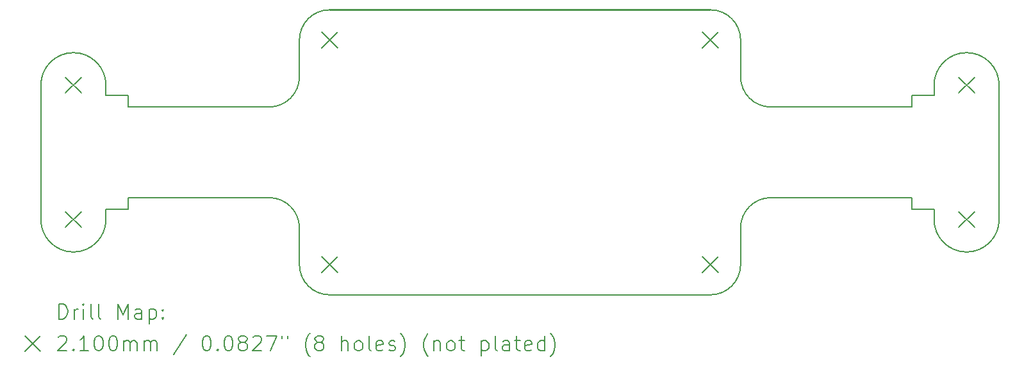
<source format=gbr>
%TF.GenerationSoftware,KiCad,Pcbnew,7.0.1*%
%TF.CreationDate,2024-07-14T18:56:52+02:00*%
%TF.ProjectId,Gruzik2.0,4772757a-696b-4322-9e30-2e6b69636164,rev?*%
%TF.SameCoordinates,Original*%
%TF.FileFunction,Drillmap*%
%TF.FilePolarity,Positive*%
%FSLAX45Y45*%
G04 Gerber Fmt 4.5, Leading zero omitted, Abs format (unit mm)*
G04 Created by KiCad (PCBNEW 7.0.1) date 2024-07-14 18:56:52*
%MOMM*%
%LPD*%
G01*
G04 APERTURE LIST*
%ADD10C,0.150000*%
%ADD11C,0.250000*%
%ADD12C,0.200000*%
%ADD13C,0.210000*%
G04 APERTURE END LIST*
D10*
X15213800Y-16053500D02*
X15213800Y-15903500D01*
X13347600Y-15903500D02*
G75*
G03*
X12947600Y-16303500I0J-400000D01*
G01*
X15933800Y-13984500D02*
G75*
G03*
X15503800Y-14414500I0J-430000D01*
G01*
X7118400Y-16789400D02*
G75*
G03*
X7518400Y-17189400I400000J0D01*
G01*
X15503800Y-16053500D02*
X15213800Y-16053500D01*
X15213800Y-14703500D02*
X13347600Y-14703500D01*
X3702200Y-14414500D02*
X3702200Y-16192500D01*
X15933800Y-16622500D02*
G75*
G03*
X16363800Y-16192500I0J430000D01*
G01*
X7518400Y-13417600D02*
G75*
G03*
X7118400Y-13817600I0J-400000D01*
G01*
X4562200Y-14414500D02*
X4562200Y-14553500D01*
X15503800Y-16192500D02*
G75*
G03*
X15933800Y-16622500I430000J0D01*
G01*
X16363800Y-14414500D02*
G75*
G03*
X15933800Y-13984500I-430000J0D01*
G01*
X12547600Y-17189400D02*
G75*
G03*
X12947600Y-16789400I0J400000D01*
G01*
X4562200Y-14553500D02*
X4852200Y-14553500D01*
X4562200Y-16192500D02*
X4562200Y-16053500D01*
X6718400Y-15903500D02*
X4852200Y-15903500D01*
X15503800Y-14414500D02*
X15503800Y-14553500D01*
X4852200Y-16053500D02*
X4852200Y-15903500D01*
X12947600Y-14303500D02*
G75*
G03*
X13347600Y-14703500I400000J0D01*
G01*
X16363800Y-14414500D02*
X16363800Y-16192500D01*
X4562200Y-16053500D02*
X4852200Y-16053500D01*
X4132200Y-13984500D02*
G75*
G03*
X3702200Y-14414500I0J-430000D01*
G01*
X7118400Y-14303500D02*
X7118400Y-13817600D01*
X15213800Y-14553500D02*
X15213800Y-14703500D01*
X6718400Y-14703500D02*
G75*
G03*
X7118400Y-14303500I0J400000D01*
G01*
X4852200Y-14553500D02*
X4852200Y-14703500D01*
D11*
X7518400Y-13417600D02*
X12547600Y-13417600D01*
D10*
X15503800Y-16192500D02*
X15503800Y-16053500D01*
X13347600Y-15903500D02*
X15213800Y-15903500D01*
X6718400Y-14703500D02*
X4852200Y-14703500D01*
X7518400Y-17189400D02*
X12547600Y-17189400D01*
X4132200Y-16622500D02*
G75*
G03*
X4562200Y-16192500I0J430000D01*
G01*
X7118400Y-16303500D02*
G75*
G03*
X6718400Y-15903500I-400000J0D01*
G01*
X15503800Y-14553500D02*
X15213800Y-14553500D01*
X3702200Y-16192500D02*
G75*
G03*
X4132200Y-16622500I430000J0D01*
G01*
X4562200Y-14414500D02*
G75*
G03*
X4132200Y-13984500I-430000J0D01*
G01*
X12947600Y-16789400D02*
X12947600Y-16303500D01*
X12947600Y-13817600D02*
G75*
G03*
X12547600Y-13417600I-400000J0D01*
G01*
X12947600Y-13817600D02*
X12947600Y-14303500D01*
X7118400Y-16303500D02*
X7118400Y-16789400D01*
D12*
D13*
X4027200Y-14309500D02*
X4237200Y-14519500D01*
X4237200Y-14309500D02*
X4027200Y-14519500D01*
X4027200Y-16087500D02*
X4237200Y-16297500D01*
X4237200Y-16087500D02*
X4027200Y-16297500D01*
X7413400Y-13712600D02*
X7623400Y-13922600D01*
X7623400Y-13712600D02*
X7413400Y-13922600D01*
X7413400Y-16684400D02*
X7623400Y-16894400D01*
X7623400Y-16684400D02*
X7413400Y-16894400D01*
X12442600Y-13712600D02*
X12652600Y-13922600D01*
X12652600Y-13712600D02*
X12442600Y-13922600D01*
X12442600Y-16684400D02*
X12652600Y-16894400D01*
X12652600Y-16684400D02*
X12442600Y-16894400D01*
X15828800Y-14309500D02*
X16038800Y-14519500D01*
X16038800Y-14309500D02*
X15828800Y-14519500D01*
X15828800Y-16087500D02*
X16038800Y-16297500D01*
X16038800Y-16087500D02*
X15828800Y-16297500D01*
D12*
X3942319Y-17509424D02*
X3942319Y-17309424D01*
X3942319Y-17309424D02*
X3989938Y-17309424D01*
X3989938Y-17309424D02*
X4018509Y-17318948D01*
X4018509Y-17318948D02*
X4037557Y-17337995D01*
X4037557Y-17337995D02*
X4047081Y-17357043D01*
X4047081Y-17357043D02*
X4056605Y-17395138D01*
X4056605Y-17395138D02*
X4056605Y-17423710D01*
X4056605Y-17423710D02*
X4047081Y-17461805D01*
X4047081Y-17461805D02*
X4037557Y-17480852D01*
X4037557Y-17480852D02*
X4018509Y-17499900D01*
X4018509Y-17499900D02*
X3989938Y-17509424D01*
X3989938Y-17509424D02*
X3942319Y-17509424D01*
X4142319Y-17509424D02*
X4142319Y-17376090D01*
X4142319Y-17414186D02*
X4151843Y-17395138D01*
X4151843Y-17395138D02*
X4161367Y-17385614D01*
X4161367Y-17385614D02*
X4180414Y-17376090D01*
X4180414Y-17376090D02*
X4199462Y-17376090D01*
X4266129Y-17509424D02*
X4266129Y-17376090D01*
X4266129Y-17309424D02*
X4256605Y-17318948D01*
X4256605Y-17318948D02*
X4266129Y-17328471D01*
X4266129Y-17328471D02*
X4275652Y-17318948D01*
X4275652Y-17318948D02*
X4266129Y-17309424D01*
X4266129Y-17309424D02*
X4266129Y-17328471D01*
X4389938Y-17509424D02*
X4370890Y-17499900D01*
X4370890Y-17499900D02*
X4361367Y-17480852D01*
X4361367Y-17480852D02*
X4361367Y-17309424D01*
X4494700Y-17509424D02*
X4475652Y-17499900D01*
X4475652Y-17499900D02*
X4466129Y-17480852D01*
X4466129Y-17480852D02*
X4466129Y-17309424D01*
X4723271Y-17509424D02*
X4723271Y-17309424D01*
X4723271Y-17309424D02*
X4789938Y-17452281D01*
X4789938Y-17452281D02*
X4856605Y-17309424D01*
X4856605Y-17309424D02*
X4856605Y-17509424D01*
X5037557Y-17509424D02*
X5037557Y-17404662D01*
X5037557Y-17404662D02*
X5028033Y-17385614D01*
X5028033Y-17385614D02*
X5008986Y-17376090D01*
X5008986Y-17376090D02*
X4970890Y-17376090D01*
X4970890Y-17376090D02*
X4951843Y-17385614D01*
X5037557Y-17499900D02*
X5018510Y-17509424D01*
X5018510Y-17509424D02*
X4970890Y-17509424D01*
X4970890Y-17509424D02*
X4951843Y-17499900D01*
X4951843Y-17499900D02*
X4942319Y-17480852D01*
X4942319Y-17480852D02*
X4942319Y-17461805D01*
X4942319Y-17461805D02*
X4951843Y-17442757D01*
X4951843Y-17442757D02*
X4970890Y-17433233D01*
X4970890Y-17433233D02*
X5018510Y-17433233D01*
X5018510Y-17433233D02*
X5037557Y-17423710D01*
X5132795Y-17376090D02*
X5132795Y-17576090D01*
X5132795Y-17385614D02*
X5151843Y-17376090D01*
X5151843Y-17376090D02*
X5189938Y-17376090D01*
X5189938Y-17376090D02*
X5208986Y-17385614D01*
X5208986Y-17385614D02*
X5218510Y-17395138D01*
X5218510Y-17395138D02*
X5228033Y-17414186D01*
X5228033Y-17414186D02*
X5228033Y-17471329D01*
X5228033Y-17471329D02*
X5218510Y-17490376D01*
X5218510Y-17490376D02*
X5208986Y-17499900D01*
X5208986Y-17499900D02*
X5189938Y-17509424D01*
X5189938Y-17509424D02*
X5151843Y-17509424D01*
X5151843Y-17509424D02*
X5132795Y-17499900D01*
X5313748Y-17490376D02*
X5323271Y-17499900D01*
X5323271Y-17499900D02*
X5313748Y-17509424D01*
X5313748Y-17509424D02*
X5304224Y-17499900D01*
X5304224Y-17499900D02*
X5313748Y-17490376D01*
X5313748Y-17490376D02*
X5313748Y-17509424D01*
X5313748Y-17385614D02*
X5323271Y-17395138D01*
X5323271Y-17395138D02*
X5313748Y-17404662D01*
X5313748Y-17404662D02*
X5304224Y-17395138D01*
X5304224Y-17395138D02*
X5313748Y-17385614D01*
X5313748Y-17385614D02*
X5313748Y-17404662D01*
X3494700Y-17736900D02*
X3694700Y-17936900D01*
X3694700Y-17736900D02*
X3494700Y-17936900D01*
X3932795Y-17748471D02*
X3942319Y-17738948D01*
X3942319Y-17738948D02*
X3961367Y-17729424D01*
X3961367Y-17729424D02*
X4008986Y-17729424D01*
X4008986Y-17729424D02*
X4028033Y-17738948D01*
X4028033Y-17738948D02*
X4037557Y-17748471D01*
X4037557Y-17748471D02*
X4047081Y-17767519D01*
X4047081Y-17767519D02*
X4047081Y-17786567D01*
X4047081Y-17786567D02*
X4037557Y-17815138D01*
X4037557Y-17815138D02*
X3923271Y-17929424D01*
X3923271Y-17929424D02*
X4047081Y-17929424D01*
X4132795Y-17910376D02*
X4142319Y-17919900D01*
X4142319Y-17919900D02*
X4132795Y-17929424D01*
X4132795Y-17929424D02*
X4123271Y-17919900D01*
X4123271Y-17919900D02*
X4132795Y-17910376D01*
X4132795Y-17910376D02*
X4132795Y-17929424D01*
X4332795Y-17929424D02*
X4218510Y-17929424D01*
X4275652Y-17929424D02*
X4275652Y-17729424D01*
X4275652Y-17729424D02*
X4256605Y-17757995D01*
X4256605Y-17757995D02*
X4237557Y-17777043D01*
X4237557Y-17777043D02*
X4218510Y-17786567D01*
X4456605Y-17729424D02*
X4475652Y-17729424D01*
X4475652Y-17729424D02*
X4494700Y-17738948D01*
X4494700Y-17738948D02*
X4504224Y-17748471D01*
X4504224Y-17748471D02*
X4513748Y-17767519D01*
X4513748Y-17767519D02*
X4523271Y-17805614D01*
X4523271Y-17805614D02*
X4523271Y-17853233D01*
X4523271Y-17853233D02*
X4513748Y-17891329D01*
X4513748Y-17891329D02*
X4504224Y-17910376D01*
X4504224Y-17910376D02*
X4494700Y-17919900D01*
X4494700Y-17919900D02*
X4475652Y-17929424D01*
X4475652Y-17929424D02*
X4456605Y-17929424D01*
X4456605Y-17929424D02*
X4437557Y-17919900D01*
X4437557Y-17919900D02*
X4428033Y-17910376D01*
X4428033Y-17910376D02*
X4418510Y-17891329D01*
X4418510Y-17891329D02*
X4408986Y-17853233D01*
X4408986Y-17853233D02*
X4408986Y-17805614D01*
X4408986Y-17805614D02*
X4418510Y-17767519D01*
X4418510Y-17767519D02*
X4428033Y-17748471D01*
X4428033Y-17748471D02*
X4437557Y-17738948D01*
X4437557Y-17738948D02*
X4456605Y-17729424D01*
X4647081Y-17729424D02*
X4666129Y-17729424D01*
X4666129Y-17729424D02*
X4685176Y-17738948D01*
X4685176Y-17738948D02*
X4694700Y-17748471D01*
X4694700Y-17748471D02*
X4704224Y-17767519D01*
X4704224Y-17767519D02*
X4713748Y-17805614D01*
X4713748Y-17805614D02*
X4713748Y-17853233D01*
X4713748Y-17853233D02*
X4704224Y-17891329D01*
X4704224Y-17891329D02*
X4694700Y-17910376D01*
X4694700Y-17910376D02*
X4685176Y-17919900D01*
X4685176Y-17919900D02*
X4666129Y-17929424D01*
X4666129Y-17929424D02*
X4647081Y-17929424D01*
X4647081Y-17929424D02*
X4628033Y-17919900D01*
X4628033Y-17919900D02*
X4618510Y-17910376D01*
X4618510Y-17910376D02*
X4608986Y-17891329D01*
X4608986Y-17891329D02*
X4599462Y-17853233D01*
X4599462Y-17853233D02*
X4599462Y-17805614D01*
X4599462Y-17805614D02*
X4608986Y-17767519D01*
X4608986Y-17767519D02*
X4618510Y-17748471D01*
X4618510Y-17748471D02*
X4628033Y-17738948D01*
X4628033Y-17738948D02*
X4647081Y-17729424D01*
X4799462Y-17929424D02*
X4799462Y-17796090D01*
X4799462Y-17815138D02*
X4808986Y-17805614D01*
X4808986Y-17805614D02*
X4828033Y-17796090D01*
X4828033Y-17796090D02*
X4856605Y-17796090D01*
X4856605Y-17796090D02*
X4875652Y-17805614D01*
X4875652Y-17805614D02*
X4885176Y-17824662D01*
X4885176Y-17824662D02*
X4885176Y-17929424D01*
X4885176Y-17824662D02*
X4894700Y-17805614D01*
X4894700Y-17805614D02*
X4913748Y-17796090D01*
X4913748Y-17796090D02*
X4942319Y-17796090D01*
X4942319Y-17796090D02*
X4961367Y-17805614D01*
X4961367Y-17805614D02*
X4970891Y-17824662D01*
X4970891Y-17824662D02*
X4970891Y-17929424D01*
X5066129Y-17929424D02*
X5066129Y-17796090D01*
X5066129Y-17815138D02*
X5075652Y-17805614D01*
X5075652Y-17805614D02*
X5094700Y-17796090D01*
X5094700Y-17796090D02*
X5123272Y-17796090D01*
X5123272Y-17796090D02*
X5142319Y-17805614D01*
X5142319Y-17805614D02*
X5151843Y-17824662D01*
X5151843Y-17824662D02*
X5151843Y-17929424D01*
X5151843Y-17824662D02*
X5161367Y-17805614D01*
X5161367Y-17805614D02*
X5180414Y-17796090D01*
X5180414Y-17796090D02*
X5208986Y-17796090D01*
X5208986Y-17796090D02*
X5228033Y-17805614D01*
X5228033Y-17805614D02*
X5237557Y-17824662D01*
X5237557Y-17824662D02*
X5237557Y-17929424D01*
X5628033Y-17719900D02*
X5456605Y-17977043D01*
X5885176Y-17729424D02*
X5904224Y-17729424D01*
X5904224Y-17729424D02*
X5923272Y-17738948D01*
X5923272Y-17738948D02*
X5932795Y-17748471D01*
X5932795Y-17748471D02*
X5942319Y-17767519D01*
X5942319Y-17767519D02*
X5951843Y-17805614D01*
X5951843Y-17805614D02*
X5951843Y-17853233D01*
X5951843Y-17853233D02*
X5942319Y-17891329D01*
X5942319Y-17891329D02*
X5932795Y-17910376D01*
X5932795Y-17910376D02*
X5923272Y-17919900D01*
X5923272Y-17919900D02*
X5904224Y-17929424D01*
X5904224Y-17929424D02*
X5885176Y-17929424D01*
X5885176Y-17929424D02*
X5866129Y-17919900D01*
X5866129Y-17919900D02*
X5856605Y-17910376D01*
X5856605Y-17910376D02*
X5847081Y-17891329D01*
X5847081Y-17891329D02*
X5837557Y-17853233D01*
X5837557Y-17853233D02*
X5837557Y-17805614D01*
X5837557Y-17805614D02*
X5847081Y-17767519D01*
X5847081Y-17767519D02*
X5856605Y-17748471D01*
X5856605Y-17748471D02*
X5866129Y-17738948D01*
X5866129Y-17738948D02*
X5885176Y-17729424D01*
X6037557Y-17910376D02*
X6047081Y-17919900D01*
X6047081Y-17919900D02*
X6037557Y-17929424D01*
X6037557Y-17929424D02*
X6028033Y-17919900D01*
X6028033Y-17919900D02*
X6037557Y-17910376D01*
X6037557Y-17910376D02*
X6037557Y-17929424D01*
X6170891Y-17729424D02*
X6189938Y-17729424D01*
X6189938Y-17729424D02*
X6208986Y-17738948D01*
X6208986Y-17738948D02*
X6218510Y-17748471D01*
X6218510Y-17748471D02*
X6228033Y-17767519D01*
X6228033Y-17767519D02*
X6237557Y-17805614D01*
X6237557Y-17805614D02*
X6237557Y-17853233D01*
X6237557Y-17853233D02*
X6228033Y-17891329D01*
X6228033Y-17891329D02*
X6218510Y-17910376D01*
X6218510Y-17910376D02*
X6208986Y-17919900D01*
X6208986Y-17919900D02*
X6189938Y-17929424D01*
X6189938Y-17929424D02*
X6170891Y-17929424D01*
X6170891Y-17929424D02*
X6151843Y-17919900D01*
X6151843Y-17919900D02*
X6142319Y-17910376D01*
X6142319Y-17910376D02*
X6132795Y-17891329D01*
X6132795Y-17891329D02*
X6123272Y-17853233D01*
X6123272Y-17853233D02*
X6123272Y-17805614D01*
X6123272Y-17805614D02*
X6132795Y-17767519D01*
X6132795Y-17767519D02*
X6142319Y-17748471D01*
X6142319Y-17748471D02*
X6151843Y-17738948D01*
X6151843Y-17738948D02*
X6170891Y-17729424D01*
X6351843Y-17815138D02*
X6332795Y-17805614D01*
X6332795Y-17805614D02*
X6323272Y-17796090D01*
X6323272Y-17796090D02*
X6313748Y-17777043D01*
X6313748Y-17777043D02*
X6313748Y-17767519D01*
X6313748Y-17767519D02*
X6323272Y-17748471D01*
X6323272Y-17748471D02*
X6332795Y-17738948D01*
X6332795Y-17738948D02*
X6351843Y-17729424D01*
X6351843Y-17729424D02*
X6389938Y-17729424D01*
X6389938Y-17729424D02*
X6408986Y-17738948D01*
X6408986Y-17738948D02*
X6418510Y-17748471D01*
X6418510Y-17748471D02*
X6428033Y-17767519D01*
X6428033Y-17767519D02*
X6428033Y-17777043D01*
X6428033Y-17777043D02*
X6418510Y-17796090D01*
X6418510Y-17796090D02*
X6408986Y-17805614D01*
X6408986Y-17805614D02*
X6389938Y-17815138D01*
X6389938Y-17815138D02*
X6351843Y-17815138D01*
X6351843Y-17815138D02*
X6332795Y-17824662D01*
X6332795Y-17824662D02*
X6323272Y-17834186D01*
X6323272Y-17834186D02*
X6313748Y-17853233D01*
X6313748Y-17853233D02*
X6313748Y-17891329D01*
X6313748Y-17891329D02*
X6323272Y-17910376D01*
X6323272Y-17910376D02*
X6332795Y-17919900D01*
X6332795Y-17919900D02*
X6351843Y-17929424D01*
X6351843Y-17929424D02*
X6389938Y-17929424D01*
X6389938Y-17929424D02*
X6408986Y-17919900D01*
X6408986Y-17919900D02*
X6418510Y-17910376D01*
X6418510Y-17910376D02*
X6428033Y-17891329D01*
X6428033Y-17891329D02*
X6428033Y-17853233D01*
X6428033Y-17853233D02*
X6418510Y-17834186D01*
X6418510Y-17834186D02*
X6408986Y-17824662D01*
X6408986Y-17824662D02*
X6389938Y-17815138D01*
X6504224Y-17748471D02*
X6513748Y-17738948D01*
X6513748Y-17738948D02*
X6532795Y-17729424D01*
X6532795Y-17729424D02*
X6580414Y-17729424D01*
X6580414Y-17729424D02*
X6599462Y-17738948D01*
X6599462Y-17738948D02*
X6608986Y-17748471D01*
X6608986Y-17748471D02*
X6618510Y-17767519D01*
X6618510Y-17767519D02*
X6618510Y-17786567D01*
X6618510Y-17786567D02*
X6608986Y-17815138D01*
X6608986Y-17815138D02*
X6494700Y-17929424D01*
X6494700Y-17929424D02*
X6618510Y-17929424D01*
X6685176Y-17729424D02*
X6818510Y-17729424D01*
X6818510Y-17729424D02*
X6732795Y-17929424D01*
X6885176Y-17729424D02*
X6885176Y-17767519D01*
X6961367Y-17729424D02*
X6961367Y-17767519D01*
X7256605Y-18005614D02*
X7247081Y-17996090D01*
X7247081Y-17996090D02*
X7228034Y-17967519D01*
X7228034Y-17967519D02*
X7218510Y-17948471D01*
X7218510Y-17948471D02*
X7208986Y-17919900D01*
X7208986Y-17919900D02*
X7199462Y-17872281D01*
X7199462Y-17872281D02*
X7199462Y-17834186D01*
X7199462Y-17834186D02*
X7208986Y-17786567D01*
X7208986Y-17786567D02*
X7218510Y-17757995D01*
X7218510Y-17757995D02*
X7228034Y-17738948D01*
X7228034Y-17738948D02*
X7247081Y-17710376D01*
X7247081Y-17710376D02*
X7256605Y-17700852D01*
X7361367Y-17815138D02*
X7342319Y-17805614D01*
X7342319Y-17805614D02*
X7332795Y-17796090D01*
X7332795Y-17796090D02*
X7323272Y-17777043D01*
X7323272Y-17777043D02*
X7323272Y-17767519D01*
X7323272Y-17767519D02*
X7332795Y-17748471D01*
X7332795Y-17748471D02*
X7342319Y-17738948D01*
X7342319Y-17738948D02*
X7361367Y-17729424D01*
X7361367Y-17729424D02*
X7399462Y-17729424D01*
X7399462Y-17729424D02*
X7418510Y-17738948D01*
X7418510Y-17738948D02*
X7428034Y-17748471D01*
X7428034Y-17748471D02*
X7437557Y-17767519D01*
X7437557Y-17767519D02*
X7437557Y-17777043D01*
X7437557Y-17777043D02*
X7428034Y-17796090D01*
X7428034Y-17796090D02*
X7418510Y-17805614D01*
X7418510Y-17805614D02*
X7399462Y-17815138D01*
X7399462Y-17815138D02*
X7361367Y-17815138D01*
X7361367Y-17815138D02*
X7342319Y-17824662D01*
X7342319Y-17824662D02*
X7332795Y-17834186D01*
X7332795Y-17834186D02*
X7323272Y-17853233D01*
X7323272Y-17853233D02*
X7323272Y-17891329D01*
X7323272Y-17891329D02*
X7332795Y-17910376D01*
X7332795Y-17910376D02*
X7342319Y-17919900D01*
X7342319Y-17919900D02*
X7361367Y-17929424D01*
X7361367Y-17929424D02*
X7399462Y-17929424D01*
X7399462Y-17929424D02*
X7418510Y-17919900D01*
X7418510Y-17919900D02*
X7428034Y-17910376D01*
X7428034Y-17910376D02*
X7437557Y-17891329D01*
X7437557Y-17891329D02*
X7437557Y-17853233D01*
X7437557Y-17853233D02*
X7428034Y-17834186D01*
X7428034Y-17834186D02*
X7418510Y-17824662D01*
X7418510Y-17824662D02*
X7399462Y-17815138D01*
X7675653Y-17929424D02*
X7675653Y-17729424D01*
X7761367Y-17929424D02*
X7761367Y-17824662D01*
X7761367Y-17824662D02*
X7751843Y-17805614D01*
X7751843Y-17805614D02*
X7732796Y-17796090D01*
X7732796Y-17796090D02*
X7704224Y-17796090D01*
X7704224Y-17796090D02*
X7685176Y-17805614D01*
X7685176Y-17805614D02*
X7675653Y-17815138D01*
X7885176Y-17929424D02*
X7866129Y-17919900D01*
X7866129Y-17919900D02*
X7856605Y-17910376D01*
X7856605Y-17910376D02*
X7847081Y-17891329D01*
X7847081Y-17891329D02*
X7847081Y-17834186D01*
X7847081Y-17834186D02*
X7856605Y-17815138D01*
X7856605Y-17815138D02*
X7866129Y-17805614D01*
X7866129Y-17805614D02*
X7885176Y-17796090D01*
X7885176Y-17796090D02*
X7913748Y-17796090D01*
X7913748Y-17796090D02*
X7932796Y-17805614D01*
X7932796Y-17805614D02*
X7942319Y-17815138D01*
X7942319Y-17815138D02*
X7951843Y-17834186D01*
X7951843Y-17834186D02*
X7951843Y-17891329D01*
X7951843Y-17891329D02*
X7942319Y-17910376D01*
X7942319Y-17910376D02*
X7932796Y-17919900D01*
X7932796Y-17919900D02*
X7913748Y-17929424D01*
X7913748Y-17929424D02*
X7885176Y-17929424D01*
X8066129Y-17929424D02*
X8047081Y-17919900D01*
X8047081Y-17919900D02*
X8037557Y-17900852D01*
X8037557Y-17900852D02*
X8037557Y-17729424D01*
X8218510Y-17919900D02*
X8199462Y-17929424D01*
X8199462Y-17929424D02*
X8161367Y-17929424D01*
X8161367Y-17929424D02*
X8142319Y-17919900D01*
X8142319Y-17919900D02*
X8132796Y-17900852D01*
X8132796Y-17900852D02*
X8132796Y-17824662D01*
X8132796Y-17824662D02*
X8142319Y-17805614D01*
X8142319Y-17805614D02*
X8161367Y-17796090D01*
X8161367Y-17796090D02*
X8199462Y-17796090D01*
X8199462Y-17796090D02*
X8218510Y-17805614D01*
X8218510Y-17805614D02*
X8228034Y-17824662D01*
X8228034Y-17824662D02*
X8228034Y-17843710D01*
X8228034Y-17843710D02*
X8132796Y-17862757D01*
X8304224Y-17919900D02*
X8323272Y-17929424D01*
X8323272Y-17929424D02*
X8361367Y-17929424D01*
X8361367Y-17929424D02*
X8380415Y-17919900D01*
X8380415Y-17919900D02*
X8389939Y-17900852D01*
X8389939Y-17900852D02*
X8389939Y-17891329D01*
X8389939Y-17891329D02*
X8380415Y-17872281D01*
X8380415Y-17872281D02*
X8361367Y-17862757D01*
X8361367Y-17862757D02*
X8332796Y-17862757D01*
X8332796Y-17862757D02*
X8313748Y-17853233D01*
X8313748Y-17853233D02*
X8304224Y-17834186D01*
X8304224Y-17834186D02*
X8304224Y-17824662D01*
X8304224Y-17824662D02*
X8313748Y-17805614D01*
X8313748Y-17805614D02*
X8332796Y-17796090D01*
X8332796Y-17796090D02*
X8361367Y-17796090D01*
X8361367Y-17796090D02*
X8380415Y-17805614D01*
X8456605Y-18005614D02*
X8466129Y-17996090D01*
X8466129Y-17996090D02*
X8485177Y-17967519D01*
X8485177Y-17967519D02*
X8494700Y-17948471D01*
X8494700Y-17948471D02*
X8504224Y-17919900D01*
X8504224Y-17919900D02*
X8513748Y-17872281D01*
X8513748Y-17872281D02*
X8513748Y-17834186D01*
X8513748Y-17834186D02*
X8504224Y-17786567D01*
X8504224Y-17786567D02*
X8494700Y-17757995D01*
X8494700Y-17757995D02*
X8485177Y-17738948D01*
X8485177Y-17738948D02*
X8466129Y-17710376D01*
X8466129Y-17710376D02*
X8456605Y-17700852D01*
X8818510Y-18005614D02*
X8808986Y-17996090D01*
X8808986Y-17996090D02*
X8789939Y-17967519D01*
X8789939Y-17967519D02*
X8780415Y-17948471D01*
X8780415Y-17948471D02*
X8770891Y-17919900D01*
X8770891Y-17919900D02*
X8761367Y-17872281D01*
X8761367Y-17872281D02*
X8761367Y-17834186D01*
X8761367Y-17834186D02*
X8770891Y-17786567D01*
X8770891Y-17786567D02*
X8780415Y-17757995D01*
X8780415Y-17757995D02*
X8789939Y-17738948D01*
X8789939Y-17738948D02*
X8808986Y-17710376D01*
X8808986Y-17710376D02*
X8818510Y-17700852D01*
X8894700Y-17796090D02*
X8894700Y-17929424D01*
X8894700Y-17815138D02*
X8904224Y-17805614D01*
X8904224Y-17805614D02*
X8923272Y-17796090D01*
X8923272Y-17796090D02*
X8951843Y-17796090D01*
X8951843Y-17796090D02*
X8970891Y-17805614D01*
X8970891Y-17805614D02*
X8980415Y-17824662D01*
X8980415Y-17824662D02*
X8980415Y-17929424D01*
X9104224Y-17929424D02*
X9085177Y-17919900D01*
X9085177Y-17919900D02*
X9075653Y-17910376D01*
X9075653Y-17910376D02*
X9066129Y-17891329D01*
X9066129Y-17891329D02*
X9066129Y-17834186D01*
X9066129Y-17834186D02*
X9075653Y-17815138D01*
X9075653Y-17815138D02*
X9085177Y-17805614D01*
X9085177Y-17805614D02*
X9104224Y-17796090D01*
X9104224Y-17796090D02*
X9132796Y-17796090D01*
X9132796Y-17796090D02*
X9151843Y-17805614D01*
X9151843Y-17805614D02*
X9161367Y-17815138D01*
X9161367Y-17815138D02*
X9170891Y-17834186D01*
X9170891Y-17834186D02*
X9170891Y-17891329D01*
X9170891Y-17891329D02*
X9161367Y-17910376D01*
X9161367Y-17910376D02*
X9151843Y-17919900D01*
X9151843Y-17919900D02*
X9132796Y-17929424D01*
X9132796Y-17929424D02*
X9104224Y-17929424D01*
X9228034Y-17796090D02*
X9304224Y-17796090D01*
X9256605Y-17729424D02*
X9256605Y-17900852D01*
X9256605Y-17900852D02*
X9266129Y-17919900D01*
X9266129Y-17919900D02*
X9285177Y-17929424D01*
X9285177Y-17929424D02*
X9304224Y-17929424D01*
X9523272Y-17796090D02*
X9523272Y-17996090D01*
X9523272Y-17805614D02*
X9542320Y-17796090D01*
X9542320Y-17796090D02*
X9580415Y-17796090D01*
X9580415Y-17796090D02*
X9599462Y-17805614D01*
X9599462Y-17805614D02*
X9608986Y-17815138D01*
X9608986Y-17815138D02*
X9618510Y-17834186D01*
X9618510Y-17834186D02*
X9618510Y-17891329D01*
X9618510Y-17891329D02*
X9608986Y-17910376D01*
X9608986Y-17910376D02*
X9599462Y-17919900D01*
X9599462Y-17919900D02*
X9580415Y-17929424D01*
X9580415Y-17929424D02*
X9542320Y-17929424D01*
X9542320Y-17929424D02*
X9523272Y-17919900D01*
X9732796Y-17929424D02*
X9713748Y-17919900D01*
X9713748Y-17919900D02*
X9704224Y-17900852D01*
X9704224Y-17900852D02*
X9704224Y-17729424D01*
X9894701Y-17929424D02*
X9894701Y-17824662D01*
X9894701Y-17824662D02*
X9885177Y-17805614D01*
X9885177Y-17805614D02*
X9866129Y-17796090D01*
X9866129Y-17796090D02*
X9828034Y-17796090D01*
X9828034Y-17796090D02*
X9808986Y-17805614D01*
X9894701Y-17919900D02*
X9875653Y-17929424D01*
X9875653Y-17929424D02*
X9828034Y-17929424D01*
X9828034Y-17929424D02*
X9808986Y-17919900D01*
X9808986Y-17919900D02*
X9799462Y-17900852D01*
X9799462Y-17900852D02*
X9799462Y-17881805D01*
X9799462Y-17881805D02*
X9808986Y-17862757D01*
X9808986Y-17862757D02*
X9828034Y-17853233D01*
X9828034Y-17853233D02*
X9875653Y-17853233D01*
X9875653Y-17853233D02*
X9894701Y-17843710D01*
X9961367Y-17796090D02*
X10037558Y-17796090D01*
X9989939Y-17729424D02*
X9989939Y-17900852D01*
X9989939Y-17900852D02*
X9999462Y-17919900D01*
X9999462Y-17919900D02*
X10018510Y-17929424D01*
X10018510Y-17929424D02*
X10037558Y-17929424D01*
X10180415Y-17919900D02*
X10161367Y-17929424D01*
X10161367Y-17929424D02*
X10123272Y-17929424D01*
X10123272Y-17929424D02*
X10104224Y-17919900D01*
X10104224Y-17919900D02*
X10094701Y-17900852D01*
X10094701Y-17900852D02*
X10094701Y-17824662D01*
X10094701Y-17824662D02*
X10104224Y-17805614D01*
X10104224Y-17805614D02*
X10123272Y-17796090D01*
X10123272Y-17796090D02*
X10161367Y-17796090D01*
X10161367Y-17796090D02*
X10180415Y-17805614D01*
X10180415Y-17805614D02*
X10189939Y-17824662D01*
X10189939Y-17824662D02*
X10189939Y-17843710D01*
X10189939Y-17843710D02*
X10094701Y-17862757D01*
X10361367Y-17929424D02*
X10361367Y-17729424D01*
X10361367Y-17919900D02*
X10342320Y-17929424D01*
X10342320Y-17929424D02*
X10304224Y-17929424D01*
X10304224Y-17929424D02*
X10285177Y-17919900D01*
X10285177Y-17919900D02*
X10275653Y-17910376D01*
X10275653Y-17910376D02*
X10266129Y-17891329D01*
X10266129Y-17891329D02*
X10266129Y-17834186D01*
X10266129Y-17834186D02*
X10275653Y-17815138D01*
X10275653Y-17815138D02*
X10285177Y-17805614D01*
X10285177Y-17805614D02*
X10304224Y-17796090D01*
X10304224Y-17796090D02*
X10342320Y-17796090D01*
X10342320Y-17796090D02*
X10361367Y-17805614D01*
X10437558Y-18005614D02*
X10447082Y-17996090D01*
X10447082Y-17996090D02*
X10466129Y-17967519D01*
X10466129Y-17967519D02*
X10475653Y-17948471D01*
X10475653Y-17948471D02*
X10485177Y-17919900D01*
X10485177Y-17919900D02*
X10494701Y-17872281D01*
X10494701Y-17872281D02*
X10494701Y-17834186D01*
X10494701Y-17834186D02*
X10485177Y-17786567D01*
X10485177Y-17786567D02*
X10475653Y-17757995D01*
X10475653Y-17757995D02*
X10466129Y-17738948D01*
X10466129Y-17738948D02*
X10447082Y-17710376D01*
X10447082Y-17710376D02*
X10437558Y-17700852D01*
M02*

</source>
